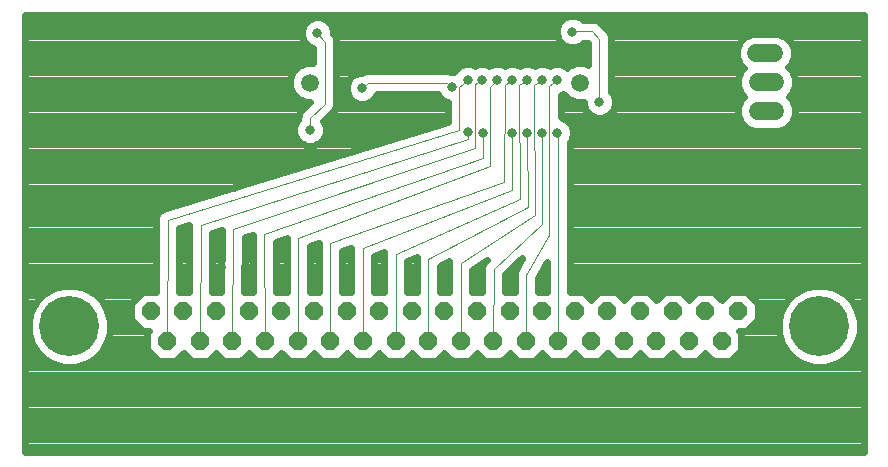
<source format=gbl>
G75*
%MOIN*%
%OFA0B0*%
%FSLAX25Y25*%
%IPPOS*%
%LPD*%
%AMOC8*
5,1,8,0,0,1.08239X$1,22.5*
%
%ADD10C,0.05937*%
%ADD11OC8,0.06000*%
%ADD12C,0.20000*%
%ADD13C,0.05937*%
%ADD14C,0.03181*%
%ADD15C,0.00492*%
%ADD16C,0.02400*%
D10*
X0102515Y0151540D03*
X0192515Y0151540D03*
D11*
X0190917Y0075300D03*
X0201717Y0075300D03*
X0212617Y0075300D03*
X0223517Y0075300D03*
X0234317Y0075300D03*
X0245217Y0075300D03*
X0239817Y0065300D03*
X0228917Y0065300D03*
X0218017Y0065300D03*
X0207217Y0065300D03*
X0196317Y0065300D03*
X0185417Y0065300D03*
X0174617Y0065300D03*
X0163717Y0065300D03*
X0152817Y0065300D03*
X0142017Y0065300D03*
X0131117Y0065300D03*
X0120217Y0065300D03*
X0109417Y0065300D03*
X0098517Y0065300D03*
X0087617Y0065300D03*
X0076717Y0065300D03*
X0065917Y0065300D03*
X0055017Y0065300D03*
X0060417Y0075300D03*
X0049617Y0075300D03*
X0071317Y0075300D03*
X0082217Y0075300D03*
X0093017Y0075300D03*
X0103917Y0075300D03*
X0114817Y0075300D03*
X0125717Y0075300D03*
X0136517Y0075300D03*
X0147417Y0075300D03*
X0158317Y0075300D03*
X0169117Y0075300D03*
X0180017Y0075300D03*
D12*
X0272417Y0070300D03*
X0022417Y0070300D03*
D13*
X0251791Y0142111D02*
X0257728Y0142111D01*
X0257728Y0151658D02*
X0251791Y0151658D01*
X0251397Y0161304D02*
X0257334Y0161304D01*
D14*
X0199050Y0145044D03*
X0184976Y0152426D03*
X0180054Y0152426D03*
X0174936Y0152426D03*
X0170015Y0152426D03*
X0165094Y0152524D03*
X0159976Y0152426D03*
X0155251Y0152524D03*
X0149936Y0149965D03*
X0155251Y0135202D03*
X0160172Y0134709D03*
X0170015Y0134611D03*
X0174936Y0134611D03*
X0179857Y0134709D03*
X0185074Y0134808D03*
X0190094Y0168568D03*
X0120015Y0149670D03*
X0102594Y0135694D03*
X0105054Y0168174D03*
D15*
X0107515Y0165221D01*
X0107515Y0144552D01*
X0102594Y0139631D01*
X0102594Y0135694D01*
X0120015Y0149670D02*
X0121787Y0151442D01*
X0148165Y0151442D01*
X0149936Y0149965D01*
X0152298Y0149965D02*
X0155251Y0152524D01*
X0157712Y0150950D02*
X0159976Y0152426D01*
X0157712Y0150950D02*
X0157712Y0129690D01*
X0077082Y0102800D01*
X0076717Y0065300D01*
X0065917Y0065300D02*
X0066157Y0104080D01*
X0155251Y0132741D01*
X0155251Y0135202D01*
X0152298Y0135694D02*
X0152298Y0149965D01*
X0162633Y0149965D02*
X0165094Y0152524D01*
X0167456Y0150654D02*
X0170015Y0152426D01*
X0172377Y0150654D02*
X0174936Y0152426D01*
X0177397Y0150753D02*
X0180054Y0152426D01*
X0182318Y0150556D02*
X0184976Y0152426D01*
X0182318Y0150556D02*
X0182318Y0100654D01*
X0174617Y0087441D01*
X0174617Y0065300D01*
X0185417Y0065300D02*
X0185417Y0134957D01*
X0185074Y0134808D01*
X0185417Y0133580D01*
X0179857Y0134709D02*
X0179857Y0104296D01*
X0163913Y0089336D01*
X0163717Y0065300D01*
X0152817Y0065300D02*
X0152817Y0091330D01*
X0177594Y0107249D01*
X0177397Y0150753D01*
X0172377Y0150654D02*
X0172574Y0112662D01*
X0131117Y0094433D01*
X0131117Y0065300D01*
X0142017Y0065300D02*
X0142017Y0092735D01*
X0175133Y0110103D01*
X0174936Y0134611D01*
X0170015Y0134611D02*
X0170015Y0115615D01*
X0120118Y0096328D01*
X0120217Y0065300D01*
X0109417Y0065300D02*
X0109417Y0098127D01*
X0167357Y0118568D01*
X0167456Y0150654D01*
X0162633Y0149965D02*
X0162633Y0123883D01*
X0098735Y0099749D01*
X0098517Y0065300D01*
X0087617Y0065300D02*
X0087318Y0101225D01*
X0160172Y0126540D01*
X0160172Y0134709D01*
X0152298Y0135694D02*
X0055133Y0105753D01*
X0055017Y0065300D01*
X0199050Y0145044D02*
X0199050Y0166206D01*
X0196590Y0168666D01*
X0190192Y0168666D01*
X0190094Y0168568D01*
D16*
X0007522Y0174170D02*
X0007522Y0028319D01*
X0287232Y0028319D01*
X0287232Y0174170D01*
X0007522Y0174170D01*
X0007522Y0174136D02*
X0287232Y0174136D01*
X0287232Y0171738D02*
X0198957Y0171738D01*
X0198768Y0171927D02*
X0197355Y0172512D01*
X0193490Y0172512D01*
X0193034Y0172968D01*
X0191126Y0173758D01*
X0189061Y0173758D01*
X0187153Y0172968D01*
X0185693Y0171508D01*
X0184903Y0169600D01*
X0184903Y0167535D01*
X0185693Y0165627D01*
X0187153Y0164167D01*
X0189061Y0163377D01*
X0191126Y0163377D01*
X0193034Y0164167D01*
X0193687Y0164820D01*
X0194997Y0164820D01*
X0195204Y0164612D01*
X0195204Y0157536D01*
X0193822Y0158109D01*
X0191208Y0158109D01*
X0188794Y0157109D01*
X0188214Y0156528D01*
X0187916Y0156826D01*
X0186008Y0157617D01*
X0183943Y0157617D01*
X0182515Y0157025D01*
X0181087Y0157617D01*
X0179022Y0157617D01*
X0177495Y0156984D01*
X0175969Y0157617D01*
X0173904Y0157617D01*
X0172476Y0157025D01*
X0171047Y0157617D01*
X0168982Y0157617D01*
X0167673Y0157074D01*
X0166126Y0157715D01*
X0164061Y0157715D01*
X0162416Y0157033D01*
X0161008Y0157617D01*
X0158943Y0157617D01*
X0157732Y0157115D01*
X0156284Y0157715D01*
X0154219Y0157715D01*
X0152311Y0156925D01*
X0150851Y0155465D01*
X0150723Y0155156D01*
X0149248Y0155156D01*
X0148930Y0155288D01*
X0148750Y0155288D01*
X0148578Y0155341D01*
X0147990Y0155288D01*
X0121022Y0155288D01*
X0119990Y0154861D01*
X0118982Y0154861D01*
X0117075Y0154070D01*
X0115615Y0152610D01*
X0114824Y0150703D01*
X0114824Y0148638D01*
X0115615Y0146730D01*
X0117075Y0145270D01*
X0118982Y0144480D01*
X0121047Y0144480D01*
X0122955Y0145270D01*
X0124415Y0146730D01*
X0124774Y0147596D01*
X0145300Y0147596D01*
X0145536Y0147025D01*
X0146996Y0145565D01*
X0148452Y0144962D01*
X0148452Y0138533D01*
X0054559Y0109600D01*
X0054379Y0109601D01*
X0053833Y0109377D01*
X0053269Y0109203D01*
X0053131Y0109088D01*
X0052964Y0109020D01*
X0052545Y0108604D01*
X0052091Y0108227D01*
X0052007Y0108068D01*
X0051879Y0107941D01*
X0051651Y0107396D01*
X0051376Y0106875D01*
X0051359Y0106695D01*
X0051289Y0106529D01*
X0051288Y0105939D01*
X0051232Y0105351D01*
X0051285Y0105179D01*
X0051218Y0081900D01*
X0046883Y0081900D01*
X0043017Y0078034D01*
X0043017Y0072566D01*
X0046883Y0068700D01*
X0049083Y0068700D01*
X0048417Y0068034D01*
X0048417Y0062566D01*
X0052283Y0058700D01*
X0057750Y0058700D01*
X0060467Y0061416D01*
X0063183Y0058700D01*
X0068650Y0058700D01*
X0071317Y0061366D01*
X0073983Y0058700D01*
X0079450Y0058700D01*
X0082167Y0061416D01*
X0084883Y0058700D01*
X0090350Y0058700D01*
X0093067Y0061416D01*
X0095783Y0058700D01*
X0101250Y0058700D01*
X0103967Y0061416D01*
X0106683Y0058700D01*
X0112150Y0058700D01*
X0114817Y0061366D01*
X0117483Y0058700D01*
X0122950Y0058700D01*
X0125667Y0061416D01*
X0128383Y0058700D01*
X0133850Y0058700D01*
X0136567Y0061416D01*
X0139283Y0058700D01*
X0144750Y0058700D01*
X0147417Y0061366D01*
X0150083Y0058700D01*
X0155550Y0058700D01*
X0158267Y0061416D01*
X0160983Y0058700D01*
X0166450Y0058700D01*
X0169167Y0061416D01*
X0171883Y0058700D01*
X0177350Y0058700D01*
X0180017Y0061366D01*
X0182683Y0058700D01*
X0188150Y0058700D01*
X0190867Y0061416D01*
X0193583Y0058700D01*
X0199050Y0058700D01*
X0201767Y0061416D01*
X0204483Y0058700D01*
X0209950Y0058700D01*
X0212617Y0061366D01*
X0215283Y0058700D01*
X0220750Y0058700D01*
X0223467Y0061416D01*
X0226183Y0058700D01*
X0231650Y0058700D01*
X0234367Y0061416D01*
X0237083Y0058700D01*
X0242550Y0058700D01*
X0246417Y0062566D01*
X0246417Y0068034D01*
X0245750Y0068700D01*
X0247950Y0068700D01*
X0251817Y0072566D01*
X0251817Y0078034D01*
X0247950Y0081900D01*
X0242483Y0081900D01*
X0239767Y0079184D01*
X0237050Y0081900D01*
X0231583Y0081900D01*
X0228917Y0079234D01*
X0226250Y0081900D01*
X0220783Y0081900D01*
X0218067Y0079184D01*
X0215350Y0081900D01*
X0209883Y0081900D01*
X0207167Y0079184D01*
X0204450Y0081900D01*
X0198983Y0081900D01*
X0196317Y0079234D01*
X0193650Y0081900D01*
X0189263Y0081900D01*
X0189263Y0131656D01*
X0189474Y0131868D01*
X0190265Y0133775D01*
X0190265Y0135840D01*
X0189474Y0137748D01*
X0188014Y0139208D01*
X0186164Y0139975D01*
X0186164Y0147300D01*
X0187085Y0147681D01*
X0188794Y0145972D01*
X0191208Y0144972D01*
X0193822Y0144972D01*
X0193860Y0144988D01*
X0193860Y0144012D01*
X0194650Y0142104D01*
X0196110Y0140644D01*
X0198018Y0139854D01*
X0200083Y0139854D01*
X0201991Y0140644D01*
X0203451Y0142104D01*
X0204241Y0144012D01*
X0204241Y0146077D01*
X0203451Y0147984D01*
X0202896Y0148539D01*
X0202896Y0166971D01*
X0202311Y0168384D01*
X0199850Y0170845D01*
X0198768Y0171927D01*
X0201356Y0169339D02*
X0287232Y0169339D01*
X0287232Y0166941D02*
X0260890Y0166941D01*
X0261055Y0166872D02*
X0258640Y0167872D01*
X0250090Y0167872D01*
X0247676Y0166872D01*
X0245828Y0165025D01*
X0244828Y0162610D01*
X0244828Y0159997D01*
X0245828Y0157583D01*
X0247127Y0156284D01*
X0246222Y0155379D01*
X0245222Y0152965D01*
X0245222Y0150352D01*
X0246222Y0147938D01*
X0247275Y0146885D01*
X0246222Y0145832D01*
X0245222Y0143418D01*
X0245222Y0140804D01*
X0246222Y0138390D01*
X0248070Y0136543D01*
X0250484Y0135543D01*
X0259034Y0135543D01*
X0261448Y0136543D01*
X0263296Y0138390D01*
X0264296Y0140804D01*
X0264296Y0143418D01*
X0263296Y0145832D01*
X0262243Y0146885D01*
X0263296Y0147938D01*
X0264296Y0150352D01*
X0264296Y0152965D01*
X0263296Y0155379D01*
X0261997Y0156678D01*
X0262902Y0157583D01*
X0263902Y0159997D01*
X0263902Y0162610D01*
X0262902Y0165025D01*
X0261055Y0166872D01*
X0263102Y0164542D02*
X0287232Y0164542D01*
X0287232Y0162144D02*
X0263902Y0162144D01*
X0263798Y0159745D02*
X0287232Y0159745D01*
X0287232Y0157347D02*
X0262666Y0157347D01*
X0263475Y0154948D02*
X0287232Y0154948D01*
X0287232Y0152550D02*
X0264296Y0152550D01*
X0264213Y0150151D02*
X0287232Y0150151D01*
X0287232Y0147753D02*
X0263111Y0147753D01*
X0263494Y0145354D02*
X0287232Y0145354D01*
X0287232Y0142956D02*
X0264296Y0142956D01*
X0264194Y0140557D02*
X0287232Y0140557D01*
X0287232Y0138159D02*
X0263064Y0138159D01*
X0259559Y0135760D02*
X0287232Y0135760D01*
X0287232Y0133362D02*
X0190093Y0133362D01*
X0189263Y0130963D02*
X0287232Y0130963D01*
X0287232Y0128565D02*
X0189263Y0128565D01*
X0189263Y0126166D02*
X0287232Y0126166D01*
X0287232Y0123768D02*
X0189263Y0123768D01*
X0189263Y0121369D02*
X0287232Y0121369D01*
X0287232Y0118970D02*
X0189263Y0118970D01*
X0189263Y0116572D02*
X0287232Y0116572D01*
X0287232Y0114173D02*
X0189263Y0114173D01*
X0189263Y0111775D02*
X0287232Y0111775D01*
X0287232Y0109376D02*
X0189263Y0109376D01*
X0189263Y0106978D02*
X0287232Y0106978D01*
X0287232Y0104579D02*
X0189263Y0104579D01*
X0189263Y0102181D02*
X0287232Y0102181D01*
X0287232Y0099782D02*
X0189263Y0099782D01*
X0189263Y0097384D02*
X0287232Y0097384D01*
X0287232Y0094985D02*
X0189263Y0094985D01*
X0189263Y0092587D02*
X0287232Y0092587D01*
X0287232Y0090188D02*
X0189263Y0090188D01*
X0189263Y0087790D02*
X0287232Y0087790D01*
X0287232Y0085391D02*
X0189263Y0085391D01*
X0189263Y0082993D02*
X0267240Y0082993D01*
X0267167Y0082973D02*
X0264066Y0081183D01*
X0261534Y0078651D01*
X0259743Y0075549D01*
X0258817Y0072090D01*
X0258817Y0068510D01*
X0259743Y0065051D01*
X0261534Y0061949D01*
X0264066Y0059417D01*
X0267167Y0057627D01*
X0270626Y0056700D01*
X0274207Y0056700D01*
X0277666Y0057627D01*
X0280767Y0059417D01*
X0283299Y0061949D01*
X0285090Y0065051D01*
X0286017Y0068510D01*
X0286017Y0072090D01*
X0285090Y0075549D01*
X0283299Y0078651D01*
X0280767Y0081183D01*
X0277666Y0082973D01*
X0274207Y0083900D01*
X0270626Y0083900D01*
X0267167Y0082973D01*
X0263478Y0080594D02*
X0249256Y0080594D01*
X0251655Y0078196D02*
X0261271Y0078196D01*
X0259886Y0075797D02*
X0251817Y0075797D01*
X0251817Y0073399D02*
X0259167Y0073399D01*
X0258817Y0071000D02*
X0250251Y0071000D01*
X0245849Y0068602D02*
X0258817Y0068602D01*
X0259434Y0066203D02*
X0246417Y0066203D01*
X0246417Y0063805D02*
X0260463Y0063805D01*
X0262077Y0061406D02*
X0245257Y0061406D01*
X0242858Y0059008D02*
X0264775Y0059008D01*
X0280058Y0059008D02*
X0287232Y0059008D01*
X0287232Y0061406D02*
X0282756Y0061406D01*
X0284370Y0063805D02*
X0287232Y0063805D01*
X0287232Y0066203D02*
X0285399Y0066203D01*
X0286017Y0068602D02*
X0287232Y0068602D01*
X0287232Y0071000D02*
X0286017Y0071000D01*
X0285666Y0073399D02*
X0287232Y0073399D01*
X0287232Y0075797D02*
X0284947Y0075797D01*
X0283562Y0078196D02*
X0287232Y0078196D01*
X0287232Y0080594D02*
X0281356Y0080594D01*
X0277593Y0082993D02*
X0287232Y0082993D01*
X0287232Y0056609D02*
X0007522Y0056609D01*
X0007522Y0059008D02*
X0014775Y0059008D01*
X0014066Y0059417D02*
X0017167Y0057627D01*
X0020626Y0056700D01*
X0024207Y0056700D01*
X0027666Y0057627D01*
X0030767Y0059417D01*
X0033299Y0061949D01*
X0035090Y0065051D01*
X0036017Y0068510D01*
X0036017Y0072090D01*
X0035090Y0075549D01*
X0033299Y0078651D01*
X0030767Y0081183D01*
X0027666Y0082973D01*
X0024207Y0083900D01*
X0020626Y0083900D01*
X0017167Y0082973D01*
X0014066Y0081183D01*
X0011534Y0078651D01*
X0009743Y0075549D01*
X0008817Y0072090D01*
X0008817Y0068510D01*
X0009743Y0065051D01*
X0011534Y0061949D01*
X0014066Y0059417D01*
X0012077Y0061406D02*
X0007522Y0061406D01*
X0007522Y0063805D02*
X0010463Y0063805D01*
X0009434Y0066203D02*
X0007522Y0066203D01*
X0007522Y0068602D02*
X0008817Y0068602D01*
X0008817Y0071000D02*
X0007522Y0071000D01*
X0007522Y0073399D02*
X0009167Y0073399D01*
X0009886Y0075797D02*
X0007522Y0075797D01*
X0007522Y0078196D02*
X0011271Y0078196D01*
X0013478Y0080594D02*
X0007522Y0080594D01*
X0007522Y0082993D02*
X0017240Y0082993D01*
X0007522Y0085391D02*
X0051228Y0085391D01*
X0051235Y0087790D02*
X0007522Y0087790D01*
X0007522Y0090188D02*
X0051242Y0090188D01*
X0051249Y0092587D02*
X0007522Y0092587D01*
X0007522Y0094985D02*
X0051256Y0094985D01*
X0051263Y0097384D02*
X0007522Y0097384D01*
X0007522Y0099782D02*
X0051270Y0099782D01*
X0051277Y0102181D02*
X0007522Y0102181D01*
X0007522Y0104579D02*
X0051284Y0104579D01*
X0051430Y0106978D02*
X0007522Y0106978D01*
X0007522Y0109376D02*
X0053832Y0109376D01*
X0061616Y0111775D02*
X0007522Y0111775D01*
X0007522Y0114173D02*
X0069400Y0114173D01*
X0077183Y0116572D02*
X0007522Y0116572D01*
X0007522Y0118970D02*
X0084967Y0118970D01*
X0092751Y0121369D02*
X0007522Y0121369D01*
X0007522Y0123768D02*
X0100535Y0123768D01*
X0108318Y0126166D02*
X0007522Y0126166D01*
X0007522Y0128565D02*
X0116102Y0128565D01*
X0123886Y0130963D02*
X0104736Y0130963D01*
X0105534Y0131293D02*
X0106994Y0132753D01*
X0107784Y0134661D01*
X0107784Y0136726D01*
X0107006Y0138604D01*
X0109694Y0141291D01*
X0110775Y0142373D01*
X0111361Y0143787D01*
X0111361Y0165047D01*
X0111414Y0165635D01*
X0111361Y0165807D01*
X0111361Y0165986D01*
X0111135Y0166532D01*
X0110959Y0167096D01*
X0110844Y0167234D01*
X0110775Y0167400D01*
X0110358Y0167817D01*
X0110245Y0167953D01*
X0110245Y0169206D01*
X0109455Y0171114D01*
X0107995Y0172574D01*
X0106087Y0173365D01*
X0104022Y0173365D01*
X0102114Y0172574D01*
X0100654Y0171114D01*
X0099864Y0169206D01*
X0099864Y0167142D01*
X0100654Y0165234D01*
X0102114Y0163774D01*
X0103669Y0163130D01*
X0103669Y0158109D01*
X0101208Y0158109D01*
X0098794Y0157109D01*
X0096946Y0155261D01*
X0095946Y0152847D01*
X0095946Y0150234D01*
X0096946Y0147819D01*
X0098794Y0145972D01*
X0101208Y0144972D01*
X0102496Y0144972D01*
X0099333Y0141809D01*
X0098748Y0140396D01*
X0098748Y0139188D01*
X0098193Y0138634D01*
X0097403Y0136726D01*
X0097403Y0134661D01*
X0098193Y0132753D01*
X0099653Y0131293D01*
X0101561Y0130503D01*
X0103626Y0130503D01*
X0105534Y0131293D01*
X0107246Y0133362D02*
X0131670Y0133362D01*
X0139453Y0135760D02*
X0107784Y0135760D01*
X0107191Y0138159D02*
X0147237Y0138159D01*
X0148452Y0140557D02*
X0108959Y0140557D01*
X0111017Y0142956D02*
X0148452Y0142956D01*
X0147505Y0145354D02*
X0123040Y0145354D01*
X0116990Y0145354D02*
X0111361Y0145354D01*
X0111361Y0147753D02*
X0115191Y0147753D01*
X0114824Y0150151D02*
X0111361Y0150151D01*
X0111361Y0152550D02*
X0115590Y0152550D01*
X0111361Y0154948D02*
X0120202Y0154948D01*
X0111361Y0157347D02*
X0153330Y0157347D01*
X0157173Y0157347D02*
X0158292Y0157347D01*
X0161660Y0157347D02*
X0163172Y0157347D01*
X0167015Y0157347D02*
X0168331Y0157347D01*
X0171699Y0157347D02*
X0173252Y0157347D01*
X0176620Y0157347D02*
X0178370Y0157347D01*
X0181738Y0157347D02*
X0183292Y0157347D01*
X0186660Y0157347D02*
X0189369Y0157347D01*
X0195204Y0159745D02*
X0111361Y0159745D01*
X0111361Y0162144D02*
X0195204Y0162144D01*
X0195204Y0164542D02*
X0193409Y0164542D01*
X0186779Y0164542D02*
X0111361Y0164542D01*
X0111008Y0166941D02*
X0185149Y0166941D01*
X0184903Y0169339D02*
X0110190Y0169339D01*
X0108831Y0171738D02*
X0185923Y0171738D01*
X0202896Y0166941D02*
X0247841Y0166941D01*
X0245628Y0164542D02*
X0202896Y0164542D01*
X0202896Y0162144D02*
X0244828Y0162144D01*
X0244933Y0159745D02*
X0202896Y0159745D01*
X0202896Y0157347D02*
X0246065Y0157347D01*
X0246044Y0154948D02*
X0202896Y0154948D01*
X0202896Y0152550D02*
X0245222Y0152550D01*
X0245305Y0150151D02*
X0202896Y0150151D01*
X0203547Y0147753D02*
X0246407Y0147753D01*
X0246024Y0145354D02*
X0204241Y0145354D01*
X0203804Y0142956D02*
X0245222Y0142956D01*
X0245325Y0140557D02*
X0201781Y0140557D01*
X0196319Y0140557D02*
X0186164Y0140557D01*
X0189064Y0138159D02*
X0246454Y0138159D01*
X0249959Y0135760D02*
X0190265Y0135760D01*
X0194297Y0142956D02*
X0186164Y0142956D01*
X0186164Y0145354D02*
X0190285Y0145354D01*
X0116272Y0096467D02*
X0116272Y0096368D01*
X0116255Y0095655D01*
X0116274Y0095605D01*
X0116318Y0081900D01*
X0113263Y0081900D01*
X0113263Y0095405D01*
X0116272Y0096467D01*
X0116276Y0094985D02*
X0113263Y0094985D01*
X0113263Y0092587D02*
X0116284Y0092587D01*
X0116291Y0090188D02*
X0113263Y0090188D01*
X0113263Y0087790D02*
X0116299Y0087790D01*
X0116307Y0085391D02*
X0113263Y0085391D01*
X0113263Y0082993D02*
X0116314Y0082993D01*
X0124006Y0082993D02*
X0127270Y0082993D01*
X0127270Y0081900D02*
X0124010Y0081900D01*
X0123973Y0093695D01*
X0127258Y0094965D01*
X0127270Y0094391D01*
X0127270Y0081900D01*
X0127270Y0085391D02*
X0123999Y0085391D01*
X0123991Y0087790D02*
X0127270Y0087790D01*
X0127270Y0090188D02*
X0123984Y0090188D01*
X0123976Y0092587D02*
X0127270Y0092587D01*
X0134963Y0091923D02*
X0138170Y0093333D01*
X0138170Y0093321D01*
X0138117Y0093150D01*
X0138170Y0092561D01*
X0138170Y0081900D01*
X0134963Y0081900D01*
X0134963Y0091923D01*
X0136473Y0092587D02*
X0138168Y0092587D01*
X0138170Y0090188D02*
X0134963Y0090188D01*
X0134963Y0087790D02*
X0138170Y0087790D01*
X0138170Y0085391D02*
X0134963Y0085391D01*
X0134963Y0082993D02*
X0138170Y0082993D01*
X0145863Y0082993D02*
X0148970Y0082993D01*
X0148970Y0081900D02*
X0145863Y0081900D01*
X0145863Y0090409D01*
X0148970Y0092039D01*
X0148970Y0091744D01*
X0148896Y0091400D01*
X0148970Y0090986D01*
X0148970Y0081900D01*
X0148970Y0085391D02*
X0145863Y0085391D01*
X0145863Y0087790D02*
X0148970Y0087790D01*
X0148970Y0090188D02*
X0145863Y0090188D01*
X0156663Y0089230D02*
X0161442Y0092300D01*
X0161249Y0092110D01*
X0160724Y0091618D01*
X0160704Y0091575D01*
X0160671Y0091541D01*
X0160390Y0090879D01*
X0160094Y0090223D01*
X0160092Y0090176D01*
X0160074Y0090133D01*
X0160068Y0089413D01*
X0160045Y0088694D01*
X0160062Y0088650D01*
X0160006Y0081900D01*
X0156663Y0081900D01*
X0156663Y0089230D01*
X0156663Y0087790D02*
X0160055Y0087790D01*
X0160093Y0090188D02*
X0158155Y0090188D01*
X0156663Y0085391D02*
X0160035Y0085391D01*
X0160015Y0082993D02*
X0156663Y0082993D01*
X0167708Y0082993D02*
X0170770Y0082993D01*
X0170770Y0081900D02*
X0167699Y0081900D01*
X0167746Y0087658D01*
X0173364Y0092929D01*
X0171545Y0089808D01*
X0171356Y0089620D01*
X0171163Y0089153D01*
X0170908Y0088717D01*
X0170873Y0088452D01*
X0170770Y0088206D01*
X0170770Y0087701D01*
X0170702Y0087201D01*
X0170770Y0086943D01*
X0170770Y0081900D01*
X0170770Y0085391D02*
X0167727Y0085391D01*
X0167886Y0087790D02*
X0170770Y0087790D01*
X0170442Y0090188D02*
X0171766Y0090188D01*
X0172999Y0092587D02*
X0173164Y0092587D01*
X0179272Y0087790D02*
X0181570Y0087790D01*
X0181570Y0090188D02*
X0180670Y0090188D01*
X0181570Y0091734D02*
X0181570Y0081900D01*
X0178463Y0081900D01*
X0178463Y0086402D01*
X0181570Y0091734D01*
X0181570Y0085391D02*
X0178463Y0085391D01*
X0178463Y0082993D02*
X0181570Y0082993D01*
X0194956Y0080594D02*
X0197677Y0080594D01*
X0205756Y0080594D02*
X0208577Y0080594D01*
X0216656Y0080594D02*
X0219477Y0080594D01*
X0227556Y0080594D02*
X0230277Y0080594D01*
X0238356Y0080594D02*
X0241177Y0080594D01*
X0234377Y0061406D02*
X0234357Y0061406D01*
X0231958Y0059008D02*
X0236775Y0059008D01*
X0225875Y0059008D02*
X0221058Y0059008D01*
X0223457Y0061406D02*
X0223477Y0061406D01*
X0214975Y0059008D02*
X0210258Y0059008D01*
X0204175Y0059008D02*
X0199358Y0059008D01*
X0201757Y0061406D02*
X0201777Y0061406D01*
X0193275Y0059008D02*
X0188458Y0059008D01*
X0190857Y0061406D02*
X0190877Y0061406D01*
X0182375Y0059008D02*
X0177658Y0059008D01*
X0171575Y0059008D02*
X0166758Y0059008D01*
X0169157Y0061406D02*
X0169177Y0061406D01*
X0160675Y0059008D02*
X0155858Y0059008D01*
X0158257Y0061406D02*
X0158277Y0061406D01*
X0149775Y0059008D02*
X0145058Y0059008D01*
X0138975Y0059008D02*
X0134158Y0059008D01*
X0136557Y0061406D02*
X0136577Y0061406D01*
X0128075Y0059008D02*
X0123258Y0059008D01*
X0125657Y0061406D02*
X0125677Y0061406D01*
X0117175Y0059008D02*
X0112458Y0059008D01*
X0106375Y0059008D02*
X0101558Y0059008D01*
X0103957Y0061406D02*
X0103977Y0061406D01*
X0095475Y0059008D02*
X0090658Y0059008D01*
X0093057Y0061406D02*
X0093077Y0061406D01*
X0084575Y0059008D02*
X0079758Y0059008D01*
X0082157Y0061406D02*
X0082177Y0061406D01*
X0073675Y0059008D02*
X0068958Y0059008D01*
X0062875Y0059008D02*
X0058058Y0059008D01*
X0060457Y0061406D02*
X0060477Y0061406D01*
X0051975Y0059008D02*
X0030058Y0059008D01*
X0032756Y0061406D02*
X0049577Y0061406D01*
X0048417Y0063805D02*
X0034370Y0063805D01*
X0035399Y0066203D02*
X0048417Y0066203D01*
X0048984Y0068602D02*
X0036017Y0068602D01*
X0036017Y0071000D02*
X0044582Y0071000D01*
X0043017Y0073399D02*
X0035666Y0073399D01*
X0034947Y0075797D02*
X0043017Y0075797D01*
X0043179Y0078196D02*
X0033562Y0078196D01*
X0031356Y0080594D02*
X0045577Y0080594D01*
X0051221Y0082993D02*
X0027593Y0082993D01*
X0058914Y0082993D02*
X0062180Y0082993D01*
X0062173Y0081900D02*
X0058910Y0081900D01*
X0058971Y0102911D01*
X0062286Y0103932D01*
X0062261Y0103630D01*
X0062307Y0103488D01*
X0062173Y0081900D01*
X0062195Y0085391D02*
X0058920Y0085391D01*
X0058927Y0087790D02*
X0062210Y0087790D01*
X0062225Y0090188D02*
X0058934Y0090188D01*
X0058941Y0092587D02*
X0062239Y0092587D01*
X0062254Y0094985D02*
X0058948Y0094985D01*
X0058955Y0097384D02*
X0062269Y0097384D01*
X0062284Y0099782D02*
X0058962Y0099782D01*
X0058969Y0102181D02*
X0062299Y0102181D01*
X0069985Y0101271D02*
X0073193Y0102303D01*
X0073230Y0102194D01*
X0073032Y0081900D01*
X0069865Y0081900D01*
X0069985Y0101271D01*
X0069976Y0099782D02*
X0073206Y0099782D01*
X0073230Y0102181D02*
X0072814Y0102181D01*
X0073183Y0097384D02*
X0069961Y0097384D01*
X0069946Y0094985D02*
X0073160Y0094985D01*
X0073136Y0092587D02*
X0069932Y0092587D01*
X0069917Y0090188D02*
X0073113Y0090188D01*
X0073089Y0087790D02*
X0069902Y0087790D01*
X0069887Y0085391D02*
X0073066Y0085391D01*
X0073043Y0082993D02*
X0069872Y0082993D01*
X0080735Y0082993D02*
X0083623Y0082993D01*
X0083632Y0081900D02*
X0080724Y0081900D01*
X0080901Y0100019D01*
X0083445Y0100868D01*
X0083434Y0100685D01*
X0083477Y0100561D01*
X0083632Y0081900D01*
X0083603Y0085391D02*
X0080759Y0085391D01*
X0080782Y0087790D02*
X0083584Y0087790D01*
X0083564Y0090188D02*
X0080805Y0090188D01*
X0080829Y0092587D02*
X0083544Y0092587D01*
X0083524Y0094985D02*
X0080852Y0094985D01*
X0080875Y0097384D02*
X0083504Y0097384D01*
X0083484Y0099782D02*
X0080899Y0099782D01*
X0091187Y0098498D02*
X0094889Y0099784D01*
X0094867Y0099106D01*
X0094885Y0099059D01*
X0094776Y0081900D01*
X0091325Y0081900D01*
X0091187Y0098498D01*
X0091196Y0097384D02*
X0094874Y0097384D01*
X0094859Y0094985D02*
X0091216Y0094985D01*
X0091236Y0092587D02*
X0094844Y0092587D01*
X0094829Y0090188D02*
X0091256Y0090188D01*
X0091276Y0087790D02*
X0094813Y0087790D01*
X0094798Y0085391D02*
X0091296Y0085391D01*
X0091316Y0082993D02*
X0094783Y0082993D01*
X0102475Y0082993D02*
X0105570Y0082993D01*
X0105570Y0081900D02*
X0102468Y0081900D01*
X0102565Y0097084D01*
X0105570Y0098219D01*
X0105535Y0097569D01*
X0105570Y0097468D01*
X0105570Y0081900D01*
X0105570Y0085391D02*
X0102490Y0085391D01*
X0102506Y0087790D02*
X0105570Y0087790D01*
X0105570Y0090188D02*
X0102521Y0090188D01*
X0102536Y0092587D02*
X0105570Y0092587D01*
X0105570Y0094985D02*
X0102551Y0094985D01*
X0103359Y0097384D02*
X0105570Y0097384D01*
X0094889Y0099782D02*
X0094884Y0099782D01*
X0100451Y0130963D02*
X0007522Y0130963D01*
X0007522Y0133362D02*
X0097941Y0133362D01*
X0097403Y0135760D02*
X0007522Y0135760D01*
X0007522Y0138159D02*
X0097996Y0138159D01*
X0098814Y0140557D02*
X0007522Y0140557D01*
X0007522Y0142956D02*
X0100479Y0142956D01*
X0100285Y0145354D02*
X0007522Y0145354D01*
X0007522Y0147753D02*
X0097013Y0147753D01*
X0095981Y0150151D02*
X0007522Y0150151D01*
X0007522Y0152550D02*
X0095946Y0152550D01*
X0096817Y0154948D02*
X0007522Y0154948D01*
X0007522Y0157347D02*
X0099369Y0157347D01*
X0103669Y0159745D02*
X0007522Y0159745D01*
X0007522Y0162144D02*
X0103669Y0162144D01*
X0101346Y0164542D02*
X0007522Y0164542D01*
X0007522Y0166941D02*
X0099947Y0166941D01*
X0099919Y0169339D02*
X0007522Y0169339D01*
X0007522Y0171738D02*
X0101277Y0171738D01*
X0007522Y0054211D02*
X0287232Y0054211D01*
X0287232Y0051812D02*
X0007522Y0051812D01*
X0007522Y0049414D02*
X0287232Y0049414D01*
X0287232Y0047015D02*
X0007522Y0047015D01*
X0007522Y0044617D02*
X0287232Y0044617D01*
X0287232Y0042218D02*
X0007522Y0042218D01*
X0007522Y0039820D02*
X0287232Y0039820D01*
X0287232Y0037421D02*
X0007522Y0037421D01*
X0007522Y0035023D02*
X0287232Y0035023D01*
X0287232Y0032624D02*
X0007522Y0032624D01*
X0007522Y0030226D02*
X0287232Y0030226D01*
M02*

</source>
